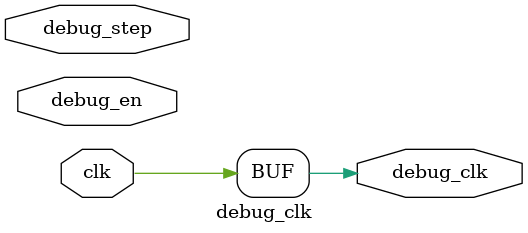
<source format=v>
`timescale 1ns / 1ps


module  RV32core(
        input debug_en,  // debug enable
        input debug_step,  // debug step clock
        input [6:0] debug_addr,  // debug address
        output[31:0] debug_data,  // debug data
        input clk,  // main clock
        input rst,  // synchronous reset
        input interrupter  // interrupt source, for future use
	);

	wire debug_clk;

	debug_clk clock(.clk(clk),.debug_en(debug_en),.debug_step(debug_step),.debug_clk(debug_clk));

    wire Branch_ctrl, JALR, RegWrite_ctrl, mem_w_ctrl, mem_r_ctrl,
        ALUSrc_A_ctrl, ALUSrc_B_ctrl, DatatoReg_ctrl, rs1use_ctrl, rs2use_ctrl,
        MRET, csr_rw_ctrl, csr_w_imm_mux_ctrl;
    wire[1:0] hazard_optype_ctrl, exp_vector_ctrl;
    wire[2:0] ImmSel_ctrl, cmp_ctrl;
    wire[3:0] ALUControl_ctrl;

    wire forward_ctrl_ls;
    wire[1:0] forward_ctrl_A, forward_ctrl_B;

	wire PC_EN_IF;
	wire [31:0] PC_IF, next_PC_IF, PC_4_IF, inst_IF, final_PC_IF;

    wire reg_FD_stall, reg_FD_flush, isFlushed_ID, cmp_res_ID;
    wire [31:0] jump_PC_ID, PC_ID, inst_ID, Debug_regs, rs1_data_reg, rs2_data_reg,
        Imm_out_ID, rs1_data_ID, rs2_data_ID, addA_ID;
    
    wire reg_DE_flush, isFlushed_EXE, RegWrite_EXE, mem_w_EXE, mem_r_EXE,
        ALUSrc_A_EXE, ALUSrc_B_EXE, ALUzero_EXE, ALUoverflow_EXE, DatatoReg_EXE,
        csr_rw_EXE, csr_w_imm_mux_EXE, mret_EXE;
    wire[1:0] exp_vector_EXE;
    wire[2:0] u_b_h_w_EXE;
    wire[3:0] ALUControl_EXE;
    wire[4:0] rs1_EXE, rs2_EXE, rd_EXE;
    wire[31:0] ALUout_EXE, PC_EXE, inst_EXE, rs1_data_EXE, rs2_data_EXE, Imm_EXE,
        ALUA_EXE, ALUB_EXE, Dataout_EXE;

    wire redirect_mux_exp, reg_FD_flush_exp, reg_DE_flush_exp,
        reg_EM_flush_exp, reg_MW_flush_exp, RegWrite_cancel_exp;
    wire[31:0] PC_redirect_exp;
    
    wire isFlushed_MEM, RegWrite_MEM, DatatoReg_MEM, mem_w_MEM, mem_r_MEM,
        csr_rw_MEM, csr_w_imm_mux_MEM, mret_MEM, l_access_fault_MEM, s_access_fault_MEM;
    wire[1:0] exp_vector_MEM;
    wire[2:0] u_b_h_w_MEM;
    wire[4:0] rs1_MEM, rd_MEM;
    wire[31:0] ALUout_MEM, PC_MEM, inst_MEM, Dataout_MEM, Datain_MEM,
        rs1_data_MEM, CSRout_MEM, RAMout_MEM;


    wire isFlushed_WB, RegWrite_WB, DatatoReg_WB;
    wire[3:0] exp_vector_WB;
    wire[4:0] rd_WB;
    wire [31:0] wt_data_WB, PC_WB, inst_WB, ALUout_WB, Datain_WB;
    wire mret_WB;


    // IF
	REG32 REG_PC(.clk(debug_clk),.rst(rst),.CE(PC_EN_IF),.D(final_PC_IF),.Q(PC_IF));
    
    add_32 add_IF(.a(PC_IF),.b(32'd4),.c(PC_4_IF));

    MUX2T1_32 mux_IF(.I0(PC_4_IF),.I1(jump_PC_ID),.s(Branch_ctrl),.o(next_PC_IF));

    MUX2T1_32 redirectPC(.I0(next_PC_IF),.I1(PC_redirect_exp),.s(redirect_mux_exp),.o(final_PC_IF));

    ROM_D inst_rom(.a(PC_IF[8:2]),.spo(inst_IF));


    // ID
    REG_IF_ID reg_IF_ID(.clk(debug_clk),.rst(rst),.EN(1'b1),.Data_stall(reg_FD_stall),
        .flush(reg_FD_flush | reg_FD_flush_exp),.PCOUT(PC_IF),.IR(inst_IF),

        .IR_ID(inst_ID),.PCurrent_ID(PC_ID),.isFlushed(isFlushed_ID));
    
    CtrlUnit ctrl(.inst(inst_ID),.cmp_res(cmp_res_ID),.Branch(Branch_ctrl),.ALUSrc_A(ALUSrc_A_ctrl),
        .ALUSrc_B(ALUSrc_B_ctrl),.DatatoReg(DatatoReg_ctrl),.RegWrite(RegWrite_ctrl),
        .mem_w(mem_w_ctrl),.mem_r(mem_r_ctrl),.rs1use(rs1use_ctrl),.rs2use(rs2use_ctrl),
        .hazard_optype(hazard_optype_ctrl),.ImmSel(ImmSel_ctrl),.cmp_ctrl(cmp_ctrl),
        .ALUControl(ALUControl_ctrl),.JALR(JALR),.MRET(MRET),.csr_rw(csr_rw_ctrl),
        .csr_w_imm_mux(csr_w_imm_mux_ctrl),.exp_vector(exp_vector_ctrl));
    
    Regs register(.clk(debug_clk),.rst(rst),.L_S(RegWrite_WB & ~RegWrite_cancel_exp),
        .R_addr_A(inst_ID[19:15]),.R_addr_B(inst_ID[24:20]),
        .rdata_A(rs1_data_reg),.rdata_B(rs2_data_reg),
        .Wt_addr(rd_WB),.Wt_data(wt_data_WB),
        .Debug_addr(debug_addr[4:0]),.Debug_regs(Debug_regs));
    
    ImmGen imm_gen(.ImmSel(ImmSel_ctrl),.inst_field(inst_ID),.Imm_out(Imm_out_ID));
    
    MUX4T1_32 mux_forward_A(.I0(rs1_data_reg),.I1(ALUout_EXE),.I2(ALUout_MEM),.I3(Datain_MEM),
        .s(forward_ctrl_A),.o(rs1_data_ID));
    
    MUX4T1_32 mux_forward_B(.I0(rs2_data_reg),.I1(ALUout_EXE),.I2(ALUout_MEM),.I3(Datain_MEM),
        .s(forward_ctrl_B),.o(rs2_data_ID));
    
    MUX2T1_32 mux_branch_ID(.I0(PC_ID),.I1(rs1_data_ID),.s(JALR),.o(addA_ID));

    add_32 add_branch_ID(.a(addA_ID),.b(Imm_out_ID),.c(jump_PC_ID));

    cmp_32 cmp_ID(.a(rs1_data_ID),.b(rs2_data_ID),.ctrl(cmp_ctrl),.c(cmp_res_ID));
    
    HazardDetectionUnit hazard_unit(.clk(debug_clk),.Branch_ID(Branch_ctrl),.rs1use_ID(rs1use_ctrl),
        .rs2use_ID(rs2use_ctrl),.hazard_optype_ID(hazard_optype_ctrl),.rd_EXE(rd_EXE),
        .rd_MEM(rd_MEM),.rs1_ID(inst_ID[19:15]),.rs2_ID(inst_ID[24:20]),.rs2_EXE(rs2_EXE),
        .PC_EN_IF(PC_EN_IF),.reg_FD_stall(reg_FD_stall),.reg_FD_flush(reg_FD_flush),
        .reg_DE_flush(reg_DE_flush),.forward_ctrl_ls(forward_ctrl_ls),.forward_ctrl_A(forward_ctrl_A),
        .forward_ctrl_B(forward_ctrl_B));


    // EX
    REG_ID_EX reg_ID_EX(.clk(debug_clk),.rst(rst),.EN(1'b1),
        .flush(reg_DE_flush | reg_DE_flush_exp | isFlushed_ID),
        .IR_ID(inst_ID),.PCurrent_ID(PC_ID),.rs1_addr(inst_ID[19:15]),.rs2_addr(inst_ID[24:20]),
        .rs1_data(rs1_data_ID),.rs2_data(rs2_data_ID),.Imm32(Imm_out_ID),.rd_addr(inst_ID[11:7]),
        .ALUSrc_A(ALUSrc_A_ctrl),.ALUSrc_B(ALUSrc_B_ctrl),.ALUC(ALUControl_ctrl),.DatatoReg(DatatoReg_ctrl),
        .RegWrite(RegWrite_ctrl),.WR(mem_w_ctrl),.u_b_h_w(inst_ID[14:12]),.mem_r(mem_r_ctrl),
        .csr_rw(csr_rw_ctrl),.csr_w_imm_mux(csr_w_imm_mux_ctrl),.mret(MRET),
        .exp_vector(exp_vector_ctrl),

        .PCurrent_EX(PC_EXE),.IR_EX(inst_EXE),.rs1_EX(rs1_EXE),.rs2_EX(rs2_EXE),
        .A_EX(rs1_data_EXE),.B_EX(rs2_data_EXE),.Imm32_EX(Imm_EXE),.rd_EX(rd_EXE),
        .ALUSrc_A_EX(ALUSrc_A_EXE),.ALUSrc_B_EX(ALUSrc_B_EXE),.ALUC_EX(ALUControl_EXE),
        .DatatoReg_EX(DatatoReg_EXE),.RegWrite_EX(RegWrite_EXE),.WR_EX(mem_w_EXE),
        .u_b_h_w_EX(u_b_h_w_EXE),.mem_r_EX(mem_r_EXE),.isFlushed(isFlushed_EXE),
        .csr_rw_EX(csr_rw_EXE),.csr_w_imm_mux_EX(csr_w_imm_mux_EXE),.mret_EX(mret_EXE),
        .exp_vector_EX(exp_vector_EXE));
    
    MUX2T1_32 mux_A_EXE(.I0(rs1_data_EXE),.I1(PC_EXE),.s(ALUSrc_A_EXE),.o(ALUA_EXE)); //ALUA

    MUX2T1_32 mux_B_EXE(.I0(rs2_data_EXE),.I1(Imm_EXE),.s(ALUSrc_B_EXE),.o(ALUB_EXE));

    ALU alu(.A(ALUA_EXE),.B(ALUB_EXE),.Control(ALUControl_EXE),
        .res(ALUout_EXE),.zero(ALUzero_EXE),.overflow(ALUoverflow_EXE));
    
    MUX2T1_32 mux_forward_EXE(.I0(rs2_data_EXE),.I1(Datain_MEM),.s(forward_ctrl_ls),.o(Dataout_EXE));


    // MEM
    REG_EX_MEM reg_EXE_MEM(.clk(debug_clk),.rst(rst),.EN(1'b1),.flush(reg_EM_flush_exp | isFlushed_EXE),
        .IR_EX(inst_EXE),.PCurrent_EX(PC_EXE),.ALUO_EX(ALUout_EXE),.B_EX(Dataout_EXE),
        .rd_EX(rd_EXE),.rs1_EX(rs1_EXE),.rs1_data_EX(rs1_data_EXE),.DatatoReg_EX(DatatoReg_EXE),
        .RegWrite_EX(RegWrite_EXE),.WR_EX(mem_w_EXE),.u_b_h_w_EX(u_b_h_w_EXE),.mem_r_EX(mem_r_EXE),
        .csr_rw_EX(csr_rw_EXE),.csr_w_imm_mux_EX(csr_w_imm_mux_EXE),.mret_EX(mret_EXE),
        .exp_vector_EX(exp_vector_EXE),

        .PCurrent_MEM(PC_MEM),.IR_MEM(inst_MEM),.ALUO_MEM(ALUout_MEM),.Datao_MEM(Dataout_MEM),
        .rd_MEM(rd_MEM),.rs1_MEM(rs1_MEM),.rs1_data_MEM(rs1_data_MEM),.DatatoReg_MEM(DatatoReg_MEM),
        .RegWrite_MEM(RegWrite_MEM),.WR_MEM(mem_w_MEM),.u_b_h_w_MEM(u_b_h_w_MEM),.mem_r_MEM(mem_r_MEM),
        .isFlushed(isFlushed_MEM),.csr_rw_MEM(csr_rw_MEM),.csr_w_imm_mux_MEM(csr_w_imm_mux_MEM),
        .mret_MEM(mret_MEM),.exp_vector_MEM(exp_vector_MEM));
    
    RAM_B data_ram(.addra(ALUout_MEM),.clka(debug_clk),.dina(Dataout_MEM), 
        .wea(mem_w_MEM),.rea(mem_r_MEM),.douta(RAMout_MEM),.mem_u_b_h_w(u_b_h_w_MEM),
        .l_access_fault(l_access_fault_MEM),.s_access_fault(s_access_fault_MEM));

    ExceptionUnit exp_unit(.clk(debug_clk),.rst(rst),.csr_rw_in(csr_rw_MEM),.csr_wsc_mode_in(inst_MEM[13:12]),
        .csr_w_imm_mux(csr_w_imm_mux_MEM),.csr_rw_addr_in(inst_MEM[31:20]),
        .csr_w_data_reg(rs1_data_MEM),.csr_w_data_imm(rs1_MEM),
        .csr_r_data_out(CSRout_MEM),

        .interrupt(interrupter),
        .illegal_inst(~isFlushed_WB & exp_vector_WB[3]),  //自定mode所代表的类型
        .ecall_m(~isFlushed_WB & exp_vector_WB[2]),
        .l_access_fault(~isFlushed_WB & exp_vector_WB[1]),
        .s_access_fault(~isFlushed_WB & exp_vector_WB[0]),
        .mret(mret_MEM),
        
        .epc_cur(PC_WB),
        .epc_next(~isFlushed_MEM ? PC_MEM : ~isFlushed_EXE ? PC_EXE :
        ~isFlushed_ID ? PC_ID : PC_IF),
        .PC_redirect(PC_redirect_exp),.redirect_mux(redirect_mux_exp),
        .reg_FD_flush(reg_FD_flush_exp),.reg_DE_flush(reg_DE_flush_exp),
        .reg_EM_flush(reg_EM_flush_exp),.reg_MW_flush(reg_MW_flush_exp),
        .RegWrite_cancel(RegWrite_cancel_exp));
    
    MUX2T1_32 mux_csrout(.I0(RAMout_MEM),.I1(CSRout_MEM),.s(csr_rw_MEM),.o(Datain_MEM));
        

    // WB
    REG_MEM_WB reg_MEM_WB(.clk(debug_clk),.rst(rst),.EN(1'b1),.flush(reg_MW_flush_exp | isFlushed_MEM),
        .IR_MEM(inst_MEM),.PCurrent_MEM(PC_MEM),.ALUO_MEM(ALUout_MEM),.Datai(Datain_MEM),
        .rd_MEM(rd_MEM),.DatatoReg_MEM(DatatoReg_MEM),.RegWrite_MEM(RegWrite_MEM),
        .exp_vector_MEM({exp_vector_MEM, l_access_fault_MEM, s_access_fault_MEM}),
        .mret_MEM(mret_MEM),

        .PCurrent_WB(PC_WB),.IR_WB(inst_WB),.ALUO_WB(ALUout_WB),.MDR_WB(Datain_WB),
        .rd_WB(rd_WB),.DatatoReg_WB(DatatoReg_WB),.RegWrite_WB(RegWrite_WB),
        .isFlushed(isFlushed_WB),.exp_vector_WB(exp_vector_WB),.mret_WB(mret_WB));
    
    MUX2T1_32 mux_WB(.I0(ALUout_WB),.I1(Datain_WB),.s(DatatoReg_WB),.o(wt_data_WB));


	wire [31:0] Test_signal;
	assign debug_data = debug_addr[5] ? Test_signal : Debug_regs;
	
    
endmodule

module debug_clk(
    input clk,
    input debug_en,
    input debug_step,
    output debug_clk
);
    assign debug_clk = clk;
endmodule
</source>
